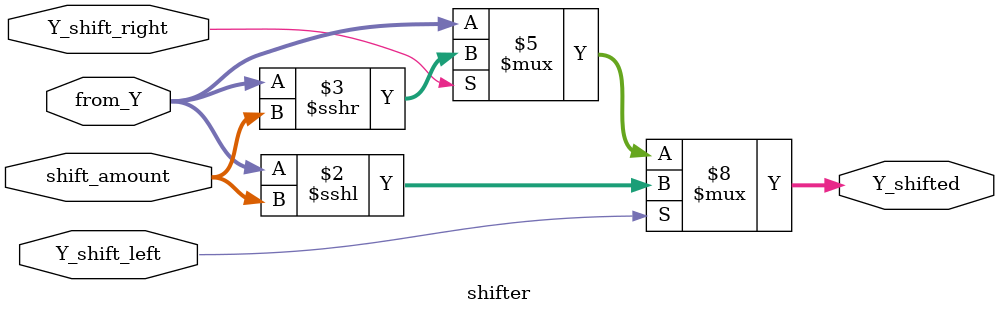
<source format=v>

module shifter (
    input signed [15:0] from_Y,
    output reg signed [15:0] Y_shifted,
    input Y_shift_left,
    input Y_shift_right,
    input [1:0] shift_amount
);

// instantiation template
/*
shifter shifter_inst0 (
    .from_Y(),
    .Y_shifted(),
    .Y_shift_left(),
    .Y_shift_right(),
    .shift_amount()
);
*/

always @( * ) begin
    if (Y_shift_left) begin
        Y_shifted <= (from_Y <<< shift_amount);
    end else if (Y_shift_right) begin
        Y_shifted <= (from_Y >>> shift_amount);
    end else begin
        Y_shifted <= from_Y;
    end
end

endmodule
</source>
